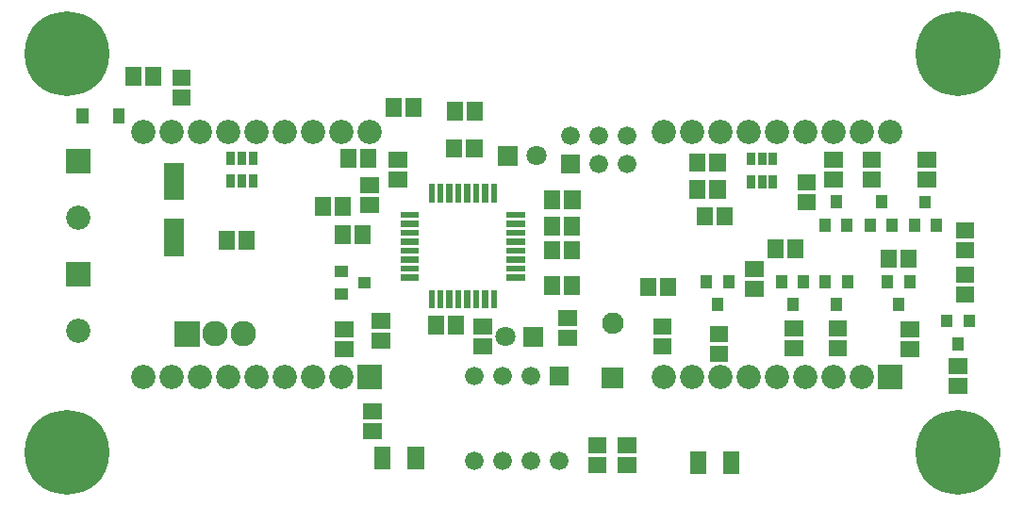
<source format=gbr>
G04 start of page 6 for group -4063 idx -4063 *
G04 Title: (unknown), componentmask *
G04 Creator: pcb 20110918 *
G04 CreationDate: Tue 05 Feb 2013 03:16:39 AM GMT UTC *
G04 For: railfan *
G04 Format: Gerber/RS-274X *
G04 PCB-Dimensions: 350000 175000 *
G04 PCB-Coordinate-Origin: lower left *
%MOIN*%
%FSLAX25Y25*%
%LNTOPMASK*%
%ADD71R,0.0217X0.0217*%
%ADD70R,0.0420X0.0420*%
%ADD69R,0.0690X0.0690*%
%ADD68R,0.0300X0.0300*%
%ADD67R,0.0400X0.0400*%
%ADD66R,0.0572X0.0572*%
%ADD65C,0.0710*%
%ADD64C,0.0660*%
%ADD63C,0.0760*%
%ADD62C,0.0900*%
%ADD61C,0.0860*%
%ADD60C,0.0001*%
%ADD59C,0.2997*%
G54D59*X17000Y17000D03*
Y158000D03*
G54D60*G36*
X16700Y124300D02*Y115700D01*
X25300D01*
Y124300D01*
X16700D01*
G37*
G54D61*X21000Y100000D03*
G54D60*G36*
X16700Y84300D02*Y75700D01*
X25300D01*
Y84300D01*
X16700D01*
G37*
G54D61*X21000Y60000D03*
G54D62*X79500Y59000D03*
X69500D03*
G54D60*G36*
X55000Y63500D02*Y54500D01*
X64000D01*
Y63500D01*
X55000D01*
G37*
G54D61*X74000Y43700D03*
Y130300D03*
X64000D03*
X54000D03*
X44000D03*
X64000Y43700D03*
X54000D03*
X44000D03*
G54D59*X332000Y17000D03*
G54D60*G36*
X303700Y48000D02*Y39400D01*
X312300D01*
Y48000D01*
X303700D01*
G37*
G54D61*X298000Y43700D03*
X288000D03*
X278000D03*
X268000D03*
X258000D03*
G54D59*X332000Y158000D03*
G54D61*X308000Y130300D03*
X298000D03*
X288000D03*
X278000D03*
X268000D03*
X258000D03*
X248000Y43700D03*
X238000D03*
X228000D03*
G54D60*G36*
X206200Y47194D02*Y39594D01*
X213800D01*
Y47194D01*
X206200D01*
G37*
G54D63*X210000Y62606D03*
G54D60*G36*
X187700Y47300D02*Y40700D01*
X194300D01*
Y47300D01*
X187700D01*
G37*
G54D64*X181000Y44000D03*
X171000D03*
X161000D03*
G54D60*G36*
X178450Y61550D02*Y54450D01*
X185550D01*
Y61550D01*
X178450D01*
G37*
G54D65*X172000Y58000D03*
G54D64*X161000Y14000D03*
X171000D03*
X181000D03*
X191000D03*
G54D60*G36*
X119700Y48000D02*Y39400D01*
X128300D01*
Y48000D01*
X119700D01*
G37*
G54D61*X114000Y43700D03*
X104000D03*
X94000D03*
X84000D03*
X248000Y130300D03*
X238000D03*
X228000D03*
G54D64*X205000Y119000D03*
X215000D03*
X205000Y129000D03*
X215000D03*
G54D60*G36*
X169450Y125550D02*Y118450D01*
X176550D01*
Y125550D01*
X169450D01*
G37*
G54D65*X183000Y122000D03*
G54D60*G36*
X191700Y122300D02*Y115700D01*
X198300D01*
Y122300D01*
X191700D01*
G37*
G54D64*X195000Y129000D03*
G54D61*X124000Y130300D03*
X114000D03*
X104000D03*
X94000D03*
X84000D03*
G54D66*X114607Y60543D02*X115393D01*
X114607Y53457D02*X115393D01*
X124607Y24457D02*X125393D01*
X124607Y31543D02*X125393D01*
G54D67*X113700Y81000D02*X114300D01*
X113700Y73200D02*X114300D01*
X121900Y77100D02*X122500D01*
G54D66*X127607Y63543D02*X128393D01*
X127607Y56457D02*X128393D01*
G54D68*X78900Y122000D02*Y120400D01*
G54D69*X55000Y115992D02*Y109693D01*
Y96307D02*Y90008D01*
G54D66*X80543Y92393D02*Y91607D01*
X73457Y92393D02*Y91607D01*
G54D68*X75000Y122000D02*Y120400D01*
G54D70*X35400Y136600D02*Y135400D01*
X22500Y136600D02*Y135400D01*
G54D66*X40457Y150393D02*Y149607D01*
X47543Y150393D02*Y149607D01*
X57107Y149543D02*X57893D01*
X57107Y142457D02*X57893D01*
G54D68*X82800Y122000D02*Y120400D01*
G54D66*X123543Y121393D02*Y120607D01*
X116457Y121393D02*Y120607D01*
G54D68*X75000Y113800D02*Y112200D01*
X78900Y113800D02*Y112200D01*
X82800Y113800D02*Y112200D01*
G54D66*X107457Y104393D02*Y103607D01*
G54D71*X145977Y73434D02*Y69008D01*
X149126Y73434D02*Y69008D01*
X152276Y73434D02*Y69008D01*
X155425Y73434D02*Y69008D01*
X158575Y73434D02*Y69008D01*
X161725Y73434D02*Y69008D01*
G54D66*X114543Y104393D02*Y103607D01*
X121543Y94393D02*Y93607D01*
X114457Y94393D02*Y93607D01*
X123607Y104457D02*X124393D01*
X123607Y111543D02*X124393D01*
X133607Y113457D02*X134393D01*
G54D71*X136008Y101023D02*X140434D01*
X136008Y97874D02*X140434D01*
X136008Y94724D02*X140434D01*
X136008Y91575D02*X140434D01*
X136008Y88425D02*X140434D01*
X136008Y85275D02*X140434D01*
X136008Y82126D02*X140434D01*
X136008Y78976D02*X140434D01*
G54D66*X133607Y120543D02*X134393D01*
X161043Y124893D02*Y124107D01*
X153957Y124893D02*Y124107D01*
X161343Y138193D02*Y137407D01*
X154257Y138193D02*Y137407D01*
X139543Y139393D02*Y138607D01*
X132457Y139393D02*Y138607D01*
G54D71*X161724Y110992D02*Y106566D01*
X158575Y110992D02*Y106566D01*
X155425Y110992D02*Y106566D01*
X152275Y110992D02*Y106566D01*
X149126Y110992D02*Y106566D01*
X145976Y110992D02*Y106566D01*
G54D66*X273607Y61043D02*X274393D01*
X273607Y53957D02*X274393D01*
X289107Y61043D02*X289893D01*
X289107Y53957D02*X289893D01*
G54D67*X277500Y77800D02*Y77200D01*
X285200Y77800D02*Y77200D01*
X273600Y69600D02*Y69000D01*
X289100Y69600D02*Y69000D01*
X293000Y77800D02*Y77200D01*
X247100Y69600D02*Y69000D01*
G54D66*X267457Y89393D02*Y88607D01*
X274543Y89393D02*Y88607D01*
G54D68*X258900Y113500D02*Y111900D01*
X262800Y113500D02*Y111900D01*
X266700Y113500D02*Y111900D01*
X262800Y121700D02*Y120100D01*
X258900Y121700D02*Y120100D01*
G54D66*X247043Y110393D02*Y109607D01*
X249543Y100893D02*Y100107D01*
X239957Y110393D02*Y109607D01*
X242457Y100893D02*Y100107D01*
X247043Y119893D02*Y119107D01*
X239957Y119893D02*Y119107D01*
X278107Y105457D02*X278893D01*
G54D67*X288900Y106000D02*Y105400D01*
X304900Y106000D02*Y105400D01*
G54D66*X301107Y113457D02*X301893D01*
X301107Y120543D02*X301893D01*
G54D67*X285000Y97800D02*Y97200D01*
X292800Y97800D02*Y97200D01*
X301000Y97800D02*Y97200D01*
X308800Y97800D02*Y97200D01*
G54D66*X320607Y113457D02*X321393D01*
X320607Y120543D02*X321393D01*
G54D68*X266700Y121700D02*Y120100D01*
G54D66*X278107Y112543D02*X278893D01*
X287607Y113457D02*X288393D01*
X287607Y120543D02*X288393D01*
X314607Y60543D02*X315393D01*
X314607Y53457D02*X315393D01*
X331607Y47543D02*X332393D01*
G54D67*X335900Y63900D02*Y63300D01*
X328100Y63900D02*Y63300D01*
X332000Y55700D02*Y55100D01*
G54D66*X331607Y40457D02*X332393D01*
X334107Y88457D02*X334893D01*
X334107Y80043D02*X334893D01*
X334107Y72957D02*X334893D01*
X334107Y95543D02*X334893D01*
G54D67*X316600Y97700D02*Y97100D01*
X320500Y105900D02*Y105300D01*
X324400Y97700D02*Y97100D01*
X315000Y77800D02*Y77200D01*
X307200Y77800D02*Y77200D01*
X311100Y69600D02*Y69000D01*
G54D66*X307457Y85893D02*Y85107D01*
X314543Y85893D02*Y85107D01*
X193607Y64543D02*X194393D01*
X204107Y12457D02*X204893D01*
X204107Y19543D02*X204893D01*
X214607D02*X215393D01*
X214607Y12457D02*X215393D01*
X193607Y57457D02*X194393D01*
X163607Y54457D02*X164393D01*
X163607Y61543D02*X164393D01*
X154543Y62393D02*Y61607D01*
X147457Y62393D02*Y61607D01*
X240095Y14681D02*Y12319D01*
X140405Y16181D02*Y13819D01*
X128595Y16181D02*Y13819D01*
X251905Y14681D02*Y12319D01*
G54D71*X164874Y73434D02*Y69008D01*
X168024Y73434D02*Y69008D01*
G54D66*X188657Y106793D02*Y106007D01*
X195743Y106793D02*Y106007D01*
X188457Y97393D02*Y96607D01*
X195543Y97393D02*Y96607D01*
X188457Y88893D02*Y88107D01*
X195543Y88893D02*Y88107D01*
Y76393D02*Y75607D01*
X188457Y76393D02*Y75607D01*
G54D67*X269700Y77800D02*Y77200D01*
G54D66*X259607Y82043D02*X260393D01*
X259607Y74957D02*X260393D01*
G54D67*X251000Y77800D02*Y77200D01*
G54D66*X247107Y59043D02*X247893D01*
X247107Y51957D02*X247893D01*
X227107Y61543D02*X227893D01*
X227107Y54457D02*X227893D01*
X222457Y75893D02*Y75107D01*
X229543Y75893D02*Y75107D01*
G54D67*X243200Y77800D02*Y77200D01*
G54D71*X173566Y78977D02*X177992D01*
X173566Y82126D02*X177992D01*
X173566Y85276D02*X177992D01*
X173566Y88425D02*X177992D01*
X173566Y91575D02*X177992D01*
X173566Y94725D02*X177992D01*
X173566Y97874D02*X177992D01*
X173566Y101024D02*X177992D01*
X168023Y110992D02*Y106566D01*
X164874Y110992D02*Y106566D01*
M02*

</source>
